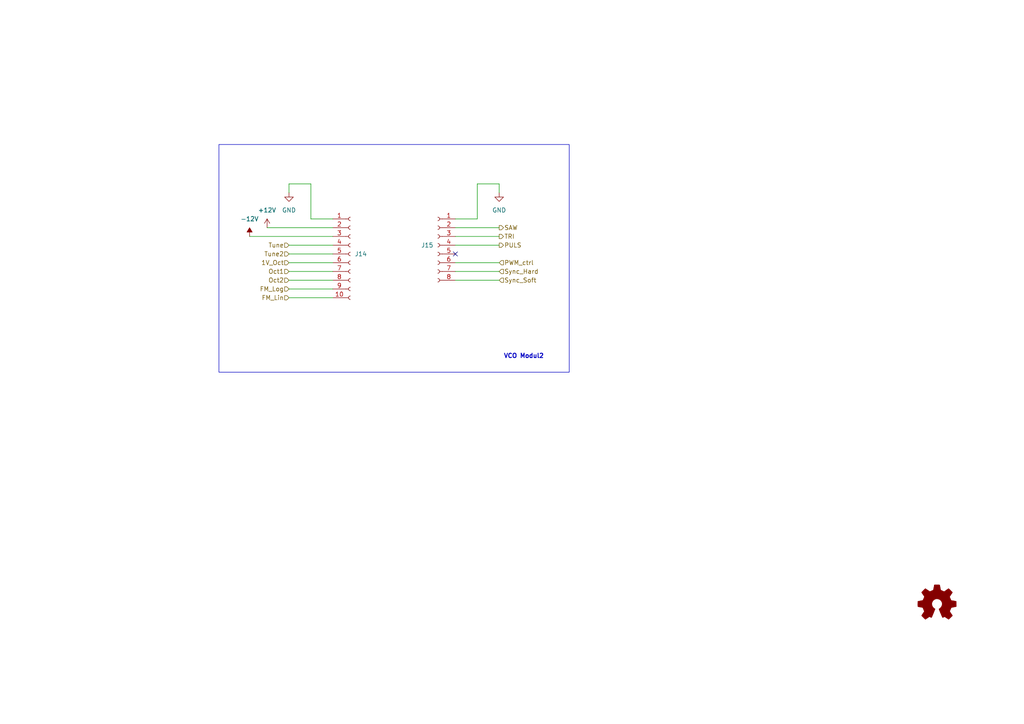
<source format=kicad_sch>
(kicad_sch (version 20230121) (generator eeschema)

  (uuid 50912f10-9b5a-4e85-b4e6-de8d34358a73)

  (paper "A4")

  (title_block
    (title "2MoreVO")
    (date "2024-07-09")
    (rev "1.0")
    (company "ImooDi")
    (comment 1 "CC BY-NC-SA")
  )

  (lib_symbols
    (symbol "Graphic:Logo_Open_Hardware_Small" (in_bom no) (on_board no)
      (property "Reference" "#SYM" (at 0 6.985 0)
        (effects (font (size 1.27 1.27)) hide)
      )
      (property "Value" "Logo_Open_Hardware_Small" (at 0 -5.715 0)
        (effects (font (size 1.27 1.27)) hide)
      )
      (property "Footprint" "" (at 0 0 0)
        (effects (font (size 1.27 1.27)) hide)
      )
      (property "Datasheet" "~" (at 0 0 0)
        (effects (font (size 1.27 1.27)) hide)
      )
      (property "Sim.Enable" "0" (at 0 0 0)
        (effects (font (size 1.27 1.27)) hide)
      )
      (property "ki_keywords" "Logo" (at 0 0 0)
        (effects (font (size 1.27 1.27)) hide)
      )
      (property "ki_description" "Open Hardware logo, small" (at 0 0 0)
        (effects (font (size 1.27 1.27)) hide)
      )
      (symbol "Logo_Open_Hardware_Small_0_1"
        (polyline
          (pts
            (xy 3.3528 -4.3434)
            (xy 3.302 -4.318)
            (xy 3.175 -4.2418)
            (xy 2.9972 -4.1148)
            (xy 2.7686 -3.9624)
            (xy 2.54 -3.81)
            (xy 2.3622 -3.7084)
            (xy 2.2352 -3.6068)
            (xy 2.1844 -3.5814)
            (xy 2.159 -3.6068)
            (xy 2.0574 -3.6576)
            (xy 1.905 -3.7338)
            (xy 1.8034 -3.7846)
            (xy 1.6764 -3.8354)
            (xy 1.6002 -3.8354)
            (xy 1.6002 -3.8354)
            (xy 1.5494 -3.7338)
            (xy 1.4732 -3.5306)
            (xy 1.3462 -3.302)
            (xy 1.2446 -3.0226)
            (xy 1.1176 -2.7178)
            (xy 0.9652 -2.413)
            (xy 0.8636 -2.1082)
            (xy 0.7366 -1.8288)
            (xy 0.6604 -1.6256)
            (xy 0.6096 -1.4732)
            (xy 0.5842 -1.397)
            (xy 0.5842 -1.397)
            (xy 0.6604 -1.3208)
            (xy 0.7874 -1.2446)
            (xy 1.0414 -1.016)
            (xy 1.2954 -0.6858)
            (xy 1.4478 -0.3302)
            (xy 1.524 0.0762)
            (xy 1.4732 0.4572)
            (xy 1.3208 0.8128)
            (xy 1.0668 1.143)
            (xy 0.762 1.3716)
            (xy 0.4064 1.524)
            (xy 0 1.5748)
            (xy -0.381 1.5494)
            (xy -0.7366 1.397)
            (xy -1.0668 1.143)
            (xy -1.2192 0.9906)
            (xy -1.397 0.6604)
            (xy -1.524 0.3048)
            (xy -1.524 0.2286)
            (xy -1.4986 -0.1778)
            (xy -1.397 -0.5334)
            (xy -1.1938 -0.8636)
            (xy -0.9144 -1.143)
            (xy -0.8636 -1.1684)
            (xy -0.7366 -1.27)
            (xy -0.635 -1.3462)
            (xy -0.5842 -1.397)
            (xy -1.0668 -2.5908)
            (xy -1.143 -2.794)
            (xy -1.2954 -3.1242)
            (xy -1.397 -3.4036)
            (xy -1.4986 -3.6322)
            (xy -1.5748 -3.7846)
            (xy -1.6002 -3.8354)
            (xy -1.6002 -3.8354)
            (xy -1.651 -3.8354)
            (xy -1.7272 -3.81)
            (xy -1.905 -3.7338)
            (xy -2.0066 -3.683)
            (xy -2.1336 -3.6068)
            (xy -2.2098 -3.5814)
            (xy -2.2606 -3.6068)
            (xy -2.3622 -3.683)
            (xy -2.54 -3.81)
            (xy -2.7686 -3.9624)
            (xy -2.9718 -4.0894)
            (xy -3.1496 -4.2164)
            (xy -3.302 -4.318)
            (xy -3.3528 -4.3434)
            (xy -3.3782 -4.3434)
            (xy -3.429 -4.318)
            (xy -3.5306 -4.2164)
            (xy -3.7084 -4.064)
            (xy -3.937 -3.8354)
            (xy -3.9624 -3.81)
            (xy -4.1656 -3.6068)
            (xy -4.318 -3.4544)
            (xy -4.4196 -3.3274)
            (xy -4.445 -3.2766)
            (xy -4.445 -3.2766)
            (xy -4.4196 -3.2258)
            (xy -4.318 -3.0734)
            (xy -4.2164 -2.8956)
            (xy -4.064 -2.667)
            (xy -3.6576 -2.0828)
            (xy -3.8862 -1.5494)
            (xy -3.937 -1.3716)
            (xy -4.0386 -1.1684)
            (xy -4.0894 -1.0414)
            (xy -4.1148 -0.9652)
            (xy -4.191 -0.9398)
            (xy -4.318 -0.9144)
            (xy -4.5466 -0.8636)
            (xy -4.8006 -0.8128)
            (xy -5.0546 -0.7874)
            (xy -5.2578 -0.7366)
            (xy -5.4356 -0.7112)
            (xy -5.5118 -0.6858)
            (xy -5.5118 -0.6858)
            (xy -5.5372 -0.635)
            (xy -5.5372 -0.5588)
            (xy -5.5372 -0.4318)
            (xy -5.5626 -0.2286)
            (xy -5.5626 0.0762)
            (xy -5.5626 0.127)
            (xy -5.5372 0.4064)
            (xy -5.5372 0.635)
            (xy -5.5372 0.762)
            (xy -5.5372 0.8382)
            (xy -5.5372 0.8382)
            (xy -5.461 0.8382)
            (xy -5.3086 0.889)
            (xy -5.08 0.9144)
            (xy -4.826 0.9652)
            (xy -4.8006 0.9906)
            (xy -4.5466 1.0414)
            (xy -4.318 1.0668)
            (xy -4.1656 1.1176)
            (xy -4.0894 1.143)
            (xy -4.0894 1.143)
            (xy -4.0386 1.2446)
            (xy -3.9624 1.4224)
            (xy -3.8608 1.6256)
            (xy -3.7846 1.8288)
            (xy -3.7084 2.0066)
            (xy -3.6576 2.159)
            (xy -3.6322 2.2098)
            (xy -3.6322 2.2098)
            (xy -3.683 2.286)
            (xy -3.7592 2.413)
            (xy -3.8862 2.5908)
            (xy -4.064 2.8194)
            (xy -4.064 2.8448)
            (xy -4.2164 3.0734)
            (xy -4.3434 3.2512)
            (xy -4.4196 3.3782)
            (xy -4.445 3.4544)
            (xy -4.445 3.4544)
            (xy -4.3942 3.5052)
            (xy -4.2926 3.6322)
            (xy -4.1148 3.81)
            (xy -3.937 4.0132)
            (xy -3.8608 4.064)
            (xy -3.6576 4.2926)
            (xy -3.5052 4.4196)
            (xy -3.4036 4.4958)
            (xy -3.3528 4.5212)
            (xy -3.3528 4.5212)
            (xy -3.302 4.4704)
            (xy -3.1496 4.3688)
            (xy -2.9718 4.2418)
            (xy -2.7432 4.0894)
            (xy -2.7178 4.0894)
            (xy -2.4892 3.937)
            (xy -2.3114 3.81)
            (xy -2.1844 3.7084)
            (xy -2.1336 3.683)
            (xy -2.1082 3.683)
            (xy -2.032 3.7084)
            (xy -1.8542 3.7592)
            (xy -1.6764 3.8354)
            (xy -1.4732 3.937)
            (xy -1.27 4.0132)
            (xy -1.143 4.064)
            (xy -1.0668 4.1148)
            (xy -1.0668 4.1148)
            (xy -1.0414 4.191)
            (xy -1.016 4.3434)
            (xy -0.9652 4.572)
            (xy -0.9144 4.8514)
            (xy -0.889 4.9022)
            (xy -0.8382 5.1562)
            (xy -0.8128 5.3848)
            (xy -0.7874 5.5372)
            (xy -0.762 5.588)
            (xy -0.7112 5.6134)
            (xy -0.5842 5.6134)
            (xy -0.4064 5.6134)
            (xy -0.1524 5.6134)
            (xy 0.0762 5.6134)
            (xy 0.3302 5.6134)
            (xy 0.5334 5.6134)
            (xy 0.6858 5.588)
            (xy 0.7366 5.588)
            (xy 0.7366 5.588)
            (xy 0.762 5.5118)
            (xy 0.8128 5.334)
            (xy 0.8382 5.1054)
            (xy 0.9144 4.826)
            (xy 0.9144 4.7752)
            (xy 0.9652 4.5212)
            (xy 1.016 4.2926)
            (xy 1.0414 4.1402)
            (xy 1.0668 4.0894)
            (xy 1.0668 4.0894)
            (xy 1.1938 4.0386)
            (xy 1.3716 3.9624)
            (xy 1.5748 3.8608)
            (xy 2.0828 3.6576)
            (xy 2.7178 4.0894)
            (xy 2.7686 4.1402)
            (xy 2.9972 4.2926)
            (xy 3.175 4.4196)
            (xy 3.302 4.4958)
            (xy 3.3782 4.5212)
            (xy 3.3782 4.5212)
            (xy 3.429 4.4704)
            (xy 3.556 4.3434)
            (xy 3.7338 4.191)
            (xy 3.9116 3.9878)
            (xy 4.064 3.8354)
            (xy 4.2418 3.6576)
            (xy 4.3434 3.556)
            (xy 4.4196 3.4798)
            (xy 4.4196 3.429)
            (xy 4.4196 3.4036)
            (xy 4.3942 3.3274)
            (xy 4.2926 3.2004)
            (xy 4.1656 2.9972)
            (xy 4.0132 2.794)
            (xy 3.8862 2.5908)
            (xy 3.7592 2.3876)
            (xy 3.6576 2.2352)
            (xy 3.6322 2.159)
            (xy 3.6322 2.1336)
            (xy 3.683 2.0066)
            (xy 3.7592 1.8288)
            (xy 3.8608 1.6002)
            (xy 4.064 1.1176)
            (xy 4.3942 1.0414)
            (xy 4.5974 1.016)
            (xy 4.8768 0.9652)
            (xy 5.1308 0.9144)
            (xy 5.5372 0.8382)
            (xy 5.5626 -0.6604)
            (xy 5.4864 -0.6858)
            (xy 5.4356 -0.6858)
            (xy 5.2832 -0.7366)
            (xy 5.0546 -0.762)
            (xy 4.8006 -0.8128)
            (xy 4.5974 -0.8636)
            (xy 4.3688 -0.9144)
            (xy 4.2164 -0.9398)
            (xy 4.1402 -0.9398)
            (xy 4.1148 -0.9652)
            (xy 4.064 -1.0668)
            (xy 3.9878 -1.2446)
            (xy 3.9116 -1.4478)
            (xy 3.81 -1.651)
            (xy 3.7338 -1.8542)
            (xy 3.683 -2.0066)
            (xy 3.6576 -2.0828)
            (xy 3.683 -2.1336)
            (xy 3.7846 -2.2606)
            (xy 3.8862 -2.4638)
            (xy 4.0386 -2.667)
            (xy 4.191 -2.8956)
            (xy 4.318 -3.0734)
            (xy 4.3942 -3.2004)
            (xy 4.445 -3.2766)
            (xy 4.4196 -3.3274)
            (xy 4.3434 -3.429)
            (xy 4.1656 -3.5814)
            (xy 3.937 -3.8354)
            (xy 3.8862 -3.8608)
            (xy 3.683 -4.064)
            (xy 3.5306 -4.2164)
            (xy 3.4036 -4.318)
            (xy 3.3528 -4.3434)
          )
          (stroke (width 0) (type default))
          (fill (type outline))
        )
      )
    )
    (symbol "Library:Conn_01x08_Socket" (pin_names (offset 1.016) hide) (in_bom yes) (on_board yes)
      (property "Reference" "J" (at 0 10.16 0)
        (effects (font (size 1.27 1.27)))
      )
      (property "Value" "Conn_01x08_Socket" (at 0 -12.7 0)
        (effects (font (size 1.27 1.27)))
      )
      (property "Footprint" "" (at 0 0 0)
        (effects (font (size 1.27 1.27)) hide)
      )
      (property "Datasheet" "~" (at 0 0 0)
        (effects (font (size 1.27 1.27)) hide)
      )
      (property "ki_locked" "" (at 0 0 0)
        (effects (font (size 1.27 1.27)))
      )
      (property "ki_keywords" "connector" (at 0 0 0)
        (effects (font (size 1.27 1.27)) hide)
      )
      (property "ki_description" "Generic connector, single row, 01x08, script generated" (at 0 0 0)
        (effects (font (size 1.27 1.27)) hide)
      )
      (property "ki_fp_filters" "Connector*:*_1x??_*" (at 0 0 0)
        (effects (font (size 1.27 1.27)) hide)
      )
      (symbol "Conn_01x08_Socket_1_1"
        (arc (start 0 -9.652) (mid -0.5058 -10.16) (end 0 -10.668)
          (stroke (width 0.1524) (type default))
          (fill (type none))
        )
        (arc (start 0 -7.112) (mid -0.5058 -7.62) (end 0 -8.128)
          (stroke (width 0.1524) (type default))
          (fill (type none))
        )
        (arc (start 0 -4.572) (mid -0.5058 -5.08) (end 0 -5.588)
          (stroke (width 0.1524) (type default))
          (fill (type none))
        )
        (arc (start 0 -2.032) (mid -0.5058 -2.54) (end 0 -3.048)
          (stroke (width 0.1524) (type default))
          (fill (type none))
        )
        (polyline
          (pts
            (xy -1.27 -10.16)
            (xy -0.508 -10.16)
          )
          (stroke (width 0.1524) (type default))
          (fill (type none))
        )
        (polyline
          (pts
            (xy -1.27 -7.62)
            (xy -0.508 -7.62)
          )
          (stroke (width 0.1524) (type default))
          (fill (type none))
        )
        (polyline
          (pts
            (xy -1.27 -5.08)
            (xy -0.508 -5.08)
          )
          (stroke (width 0.1524) (type default))
          (fill (type none))
        )
        (polyline
          (pts
            (xy -1.27 -2.54)
            (xy -0.508 -2.54)
          )
          (stroke (width 0.1524) (type default))
          (fill (type none))
        )
        (polyline
          (pts
            (xy -1.27 0)
            (xy -0.508 0)
          )
          (stroke (width 0.1524) (type default))
          (fill (type none))
        )
        (polyline
          (pts
            (xy -1.27 2.54)
            (xy -0.508 2.54)
          )
          (stroke (width 0.1524) (type default))
          (fill (type none))
        )
        (polyline
          (pts
            (xy -1.27 5.08)
            (xy -0.508 5.08)
          )
          (stroke (width 0.1524) (type default))
          (fill (type none))
        )
        (polyline
          (pts
            (xy -1.27 7.62)
            (xy -0.508 7.62)
          )
          (stroke (width 0.1524) (type default))
          (fill (type none))
        )
        (arc (start 0 0.508) (mid -0.5058 0) (end 0 -0.508)
          (stroke (width 0.1524) (type default))
          (fill (type none))
        )
        (arc (start 0 3.048) (mid -0.5058 2.54) (end 0 2.032)
          (stroke (width 0.1524) (type default))
          (fill (type none))
        )
        (arc (start 0 5.588) (mid -0.5058 5.08) (end 0 4.572)
          (stroke (width 0.1524) (type default))
          (fill (type none))
        )
        (arc (start 0 8.128) (mid -0.5058 7.62) (end 0 7.112)
          (stroke (width 0.1524) (type default))
          (fill (type none))
        )
        (pin passive line (at -5.08 7.62 0) (length 3.81)
          (name "Pin_1" (effects (font (size 1.27 1.27))))
          (number "1" (effects (font (size 1.27 1.27))))
        )
        (pin passive line (at -5.08 5.08 0) (length 3.81)
          (name "Pin_2" (effects (font (size 1.27 1.27))))
          (number "2" (effects (font (size 1.27 1.27))))
        )
        (pin passive line (at -5.08 2.54 0) (length 3.81)
          (name "Pin_3" (effects (font (size 1.27 1.27))))
          (number "3" (effects (font (size 1.27 1.27))))
        )
        (pin passive line (at -5.08 0 0) (length 3.81)
          (name "Pin_4" (effects (font (size 1.27 1.27))))
          (number "4" (effects (font (size 1.27 1.27))))
        )
        (pin passive line (at -5.08 -2.54 0) (length 3.81)
          (name "Pin_5" (effects (font (size 1.27 1.27))))
          (number "5" (effects (font (size 1.27 1.27))))
        )
        (pin passive line (at -5.08 -5.08 0) (length 3.81)
          (name "Pin_6" (effects (font (size 1.27 1.27))))
          (number "6" (effects (font (size 1.27 1.27))))
        )
        (pin passive line (at -5.08 -7.62 0) (length 3.81)
          (name "Pin_7" (effects (font (size 1.27 1.27))))
          (number "7" (effects (font (size 1.27 1.27))))
        )
        (pin passive line (at -5.08 -10.16 0) (length 3.81)
          (name "Pin_8" (effects (font (size 1.27 1.27))))
          (number "8" (effects (font (size 1.27 1.27))))
        )
      )
    )
    (symbol "Library:Conn_01x10_Socket" (pin_names (offset 1.016) hide) (in_bom yes) (on_board yes)
      (property "Reference" "J" (at 0 12.7 0)
        (effects (font (size 1.27 1.27)))
      )
      (property "Value" "Conn_01x10_Socket" (at 0 -15.24 0)
        (effects (font (size 1.27 1.27)))
      )
      (property "Footprint" "" (at 0 0 0)
        (effects (font (size 1.27 1.27)) hide)
      )
      (property "Datasheet" "~" (at 0 0 0)
        (effects (font (size 1.27 1.27)) hide)
      )
      (property "ki_locked" "" (at 0 0 0)
        (effects (font (size 1.27 1.27)))
      )
      (property "ki_keywords" "connector" (at 0 0 0)
        (effects (font (size 1.27 1.27)) hide)
      )
      (property "ki_description" "Generic connector, single row, 01x10, script generated" (at 0 0 0)
        (effects (font (size 1.27 1.27)) hide)
      )
      (property "ki_fp_filters" "Connector*:*_1x??_*" (at 0 0 0)
        (effects (font (size 1.27 1.27)) hide)
      )
      (symbol "Conn_01x10_Socket_1_1"
        (arc (start 0 -12.192) (mid -0.5058 -12.7) (end 0 -13.208)
          (stroke (width 0.1524) (type default))
          (fill (type none))
        )
        (arc (start 0 -9.652) (mid -0.5058 -10.16) (end 0 -10.668)
          (stroke (width 0.1524) (type default))
          (fill (type none))
        )
        (arc (start 0 -7.112) (mid -0.5058 -7.62) (end 0 -8.128)
          (stroke (width 0.1524) (type default))
          (fill (type none))
        )
        (arc (start 0 -4.572) (mid -0.5058 -5.08) (end 0 -5.588)
          (stroke (width 0.1524) (type default))
          (fill (type none))
        )
        (arc (start 0 -2.032) (mid -0.5058 -2.54) (end 0 -3.048)
          (stroke (width 0.1524) (type default))
          (fill (type none))
        )
        (polyline
          (pts
            (xy -1.27 -12.7)
            (xy -0.508 -12.7)
          )
          (stroke (width 0.1524) (type default))
          (fill (type none))
        )
        (polyline
          (pts
            (xy -1.27 -10.16)
            (xy -0.508 -10.16)
          )
          (stroke (width 0.1524) (type default))
          (fill (type none))
        )
        (polyline
          (pts
            (xy -1.27 -7.62)
            (xy -0.508 -7.62)
          )
          (stroke (width 0.1524) (type default))
          (fill (type none))
        )
        (polyline
          (pts
            (xy -1.27 -5.08)
            (xy -0.508 -5.08)
          )
          (stroke (width 0.1524) (type default))
          (fill (type none))
        )
        (polyline
          (pts
            (xy -1.27 -2.54)
            (xy -0.508 -2.54)
          )
          (stroke (width 0.1524) (type default))
          (fill (type none))
        )
        (polyline
          (pts
            (xy -1.27 0)
            (xy -0.508 0)
          )
          (stroke (width 0.1524) (type default))
          (fill (type none))
        )
        (polyline
          (pts
            (xy -1.27 2.54)
            (xy -0.508 2.54)
          )
          (stroke (width 0.1524) (type default))
          (fill (type none))
        )
        (polyline
          (pts
            (xy -1.27 5.08)
            (xy -0.508 5.08)
          )
          (stroke (width 0.1524) (type default))
          (fill (type none))
        )
        (polyline
          (pts
            (xy -1.27 7.62)
            (xy -0.508 7.62)
          )
          (stroke (width 0.1524) (type default))
          (fill (type none))
        )
        (polyline
          (pts
            (xy -1.27 10.16)
            (xy -0.508 10.16)
          )
          (stroke (width 0.1524) (type default))
          (fill (type none))
        )
        (arc (start 0 0.508) (mid -0.5058 0) (end 0 -0.508)
          (stroke (width 0.1524) (type default))
          (fill (type none))
        )
        (arc (start 0 3.048) (mid -0.5058 2.54) (end 0 2.032)
          (stroke (width 0.1524) (type default))
          (fill (type none))
        )
        (arc (start 0 5.588) (mid -0.5058 5.08) (end 0 4.572)
          (stroke (width 0.1524) (type default))
          (fill (type none))
        )
        (arc (start 0 8.128) (mid -0.5058 7.62) (end 0 7.112)
          (stroke (width 0.1524) (type default))
          (fill (type none))
        )
        (arc (start 0 10.668) (mid -0.5058 10.16) (end 0 9.652)
          (stroke (width 0.1524) (type default))
          (fill (type none))
        )
        (pin passive line (at -5.08 10.16 0) (length 3.81)
          (name "Pin_1" (effects (font (size 1.27 1.27))))
          (number "1" (effects (font (size 1.27 1.27))))
        )
        (pin passive line (at -5.08 -12.7 0) (length 3.81)
          (name "Pin_10" (effects (font (size 1.27 1.27))))
          (number "10" (effects (font (size 1.27 1.27))))
        )
        (pin passive line (at -5.08 7.62 0) (length 3.81)
          (name "Pin_2" (effects (font (size 1.27 1.27))))
          (number "2" (effects (font (size 1.27 1.27))))
        )
        (pin passive line (at -5.08 5.08 0) (length 3.81)
          (name "Pin_3" (effects (font (size 1.27 1.27))))
          (number "3" (effects (font (size 1.27 1.27))))
        )
        (pin passive line (at -5.08 2.54 0) (length 3.81)
          (name "Pin_4" (effects (font (size 1.27 1.27))))
          (number "4" (effects (font (size 1.27 1.27))))
        )
        (pin passive line (at -5.08 0 0) (length 3.81)
          (name "Pin_5" (effects (font (size 1.27 1.27))))
          (number "5" (effects (font (size 1.27 1.27))))
        )
        (pin passive line (at -5.08 -2.54 0) (length 3.81)
          (name "Pin_6" (effects (font (size 1.27 1.27))))
          (number "6" (effects (font (size 1.27 1.27))))
        )
        (pin passive line (at -5.08 -5.08 0) (length 3.81)
          (name "Pin_7" (effects (font (size 1.27 1.27))))
          (number "7" (effects (font (size 1.27 1.27))))
        )
        (pin passive line (at -5.08 -7.62 0) (length 3.81)
          (name "Pin_8" (effects (font (size 1.27 1.27))))
          (number "8" (effects (font (size 1.27 1.27))))
        )
        (pin passive line (at -5.08 -10.16 0) (length 3.81)
          (name "Pin_9" (effects (font (size 1.27 1.27))))
          (number "9" (effects (font (size 1.27 1.27))))
        )
      )
    )
    (symbol "power:+12V" (power) (pin_names (offset 0)) (in_bom yes) (on_board yes)
      (property "Reference" "#PWR" (at 0 -3.81 0)
        (effects (font (size 1.27 1.27)) hide)
      )
      (property "Value" "+12V" (at 0 3.556 0)
        (effects (font (size 1.27 1.27)))
      )
      (property "Footprint" "" (at 0 0 0)
        (effects (font (size 1.27 1.27)) hide)
      )
      (property "Datasheet" "" (at 0 0 0)
        (effects (font (size 1.27 1.27)) hide)
      )
      (property "ki_keywords" "global power" (at 0 0 0)
        (effects (font (size 1.27 1.27)) hide)
      )
      (property "ki_description" "Power symbol creates a global label with name \"+12V\"" (at 0 0 0)
        (effects (font (size 1.27 1.27)) hide)
      )
      (symbol "+12V_0_1"
        (polyline
          (pts
            (xy -0.762 1.27)
            (xy 0 2.54)
          )
          (stroke (width 0) (type default))
          (fill (type none))
        )
        (polyline
          (pts
            (xy 0 0)
            (xy 0 2.54)
          )
          (stroke (width 0) (type default))
          (fill (type none))
        )
        (polyline
          (pts
            (xy 0 2.54)
            (xy 0.762 1.27)
          )
          (stroke (width 0) (type default))
          (fill (type none))
        )
      )
      (symbol "+12V_1_1"
        (pin power_in line (at 0 0 90) (length 0) hide
          (name "+12V" (effects (font (size 1.27 1.27))))
          (number "1" (effects (font (size 1.27 1.27))))
        )
      )
    )
    (symbol "power:-12V" (power) (pin_names (offset 0)) (in_bom yes) (on_board yes)
      (property "Reference" "#PWR" (at 0 2.54 0)
        (effects (font (size 1.27 1.27)) hide)
      )
      (property "Value" "-12V" (at 0 3.81 0)
        (effects (font (size 1.27 1.27)))
      )
      (property "Footprint" "" (at 0 0 0)
        (effects (font (size 1.27 1.27)) hide)
      )
      (property "Datasheet" "" (at 0 0 0)
        (effects (font (size 1.27 1.27)) hide)
      )
      (property "ki_keywords" "global power" (at 0 0 0)
        (effects (font (size 1.27 1.27)) hide)
      )
      (property "ki_description" "Power symbol creates a global label with name \"-12V\"" (at 0 0 0)
        (effects (font (size 1.27 1.27)) hide)
      )
      (symbol "-12V_0_0"
        (pin power_in line (at 0 0 90) (length 0) hide
          (name "-12V" (effects (font (size 1.27 1.27))))
          (number "1" (effects (font (size 1.27 1.27))))
        )
      )
      (symbol "-12V_0_1"
        (polyline
          (pts
            (xy 0 0)
            (xy 0 1.27)
            (xy 0.762 1.27)
            (xy 0 2.54)
            (xy -0.762 1.27)
            (xy 0 1.27)
          )
          (stroke (width 0) (type default))
          (fill (type outline))
        )
      )
    )
    (symbol "power:GND" (power) (pin_names (offset 0)) (in_bom yes) (on_board yes)
      (property "Reference" "#PWR" (at 0 -6.35 0)
        (effects (font (size 1.27 1.27)) hide)
      )
      (property "Value" "GND" (at 0 -3.81 0)
        (effects (font (size 1.27 1.27)))
      )
      (property "Footprint" "" (at 0 0 0)
        (effects (font (size 1.27 1.27)) hide)
      )
      (property "Datasheet" "" (at 0 0 0)
        (effects (font (size 1.27 1.27)) hide)
      )
      (property "ki_keywords" "global power" (at 0 0 0)
        (effects (font (size 1.27 1.27)) hide)
      )
      (property "ki_description" "Power symbol creates a global label with name \"GND\" , ground" (at 0 0 0)
        (effects (font (size 1.27 1.27)) hide)
      )
      (symbol "GND_0_1"
        (polyline
          (pts
            (xy 0 0)
            (xy 0 -1.27)
            (xy 1.27 -1.27)
            (xy 0 -2.54)
            (xy -1.27 -1.27)
            (xy 0 -1.27)
          )
          (stroke (width 0) (type default))
          (fill (type none))
        )
      )
      (symbol "GND_1_1"
        (pin power_in line (at 0 0 270) (length 0) hide
          (name "GND" (effects (font (size 1.27 1.27))))
          (number "1" (effects (font (size 1.27 1.27))))
        )
      )
    )
  )


  (no_connect (at 132.08 73.66) (uuid bfb8674c-d3fb-4ba9-a533-61478545e48c))

  (wire (pts (xy 83.82 81.28) (xy 96.52 81.28))
    (stroke (width 0) (type default))
    (uuid 03191fb3-d30e-4c7b-886d-3b10e37f6b8a)
  )
  (wire (pts (xy 90.17 63.5) (xy 90.17 53.34))
    (stroke (width 0) (type default))
    (uuid 10a5a59b-5edf-486d-bf58-b67aa9fc2a5e)
  )
  (wire (pts (xy 138.43 63.5) (xy 138.43 53.34))
    (stroke (width 0) (type default))
    (uuid 366a0a9e-18c7-4390-9086-4c231073f7c2)
  )
  (wire (pts (xy 72.39 68.58) (xy 96.52 68.58))
    (stroke (width 0) (type default))
    (uuid 3cd1f4eb-0178-48b6-b485-ab7084fbd789)
  )
  (wire (pts (xy 83.82 71.12) (xy 96.52 71.12))
    (stroke (width 0) (type default))
    (uuid 41d3f7b1-5cbe-4e63-bd31-7086efa87d92)
  )
  (wire (pts (xy 83.82 83.82) (xy 96.52 83.82))
    (stroke (width 0) (type default))
    (uuid 48ed6c8d-aed9-4088-8114-aec0b73a3761)
  )
  (wire (pts (xy 77.47 66.04) (xy 96.52 66.04))
    (stroke (width 0) (type default))
    (uuid 58092f1f-1e51-4197-abb9-e238466cc532)
  )
  (wire (pts (xy 132.08 71.12) (xy 144.78 71.12))
    (stroke (width 0) (type default))
    (uuid 595deae2-8101-4559-90ff-2f8265de6504)
  )
  (wire (pts (xy 144.78 53.34) (xy 144.78 55.88))
    (stroke (width 0) (type default))
    (uuid 5d805533-d62e-4758-92fc-5f7243fe372b)
  )
  (wire (pts (xy 132.08 76.2) (xy 144.78 76.2))
    (stroke (width 0) (type default))
    (uuid 6df67683-c1a5-44dc-86d7-692e7d77fdb2)
  )
  (wire (pts (xy 96.52 63.5) (xy 90.17 63.5))
    (stroke (width 0) (type default))
    (uuid 8bb101f0-540d-4ac7-8148-1b5d510d8bd9)
  )
  (wire (pts (xy 132.08 78.74) (xy 144.78 78.74))
    (stroke (width 0) (type default))
    (uuid 8e88f964-4b75-40c7-b4be-2026851c3e6c)
  )
  (wire (pts (xy 83.82 76.2) (xy 96.52 76.2))
    (stroke (width 0) (type default))
    (uuid 92b4bf67-ecfd-479d-b40e-d408919ff1de)
  )
  (wire (pts (xy 138.43 53.34) (xy 144.78 53.34))
    (stroke (width 0) (type default))
    (uuid 9cba9adf-f861-4412-b101-377c23918862)
  )
  (wire (pts (xy 83.82 73.66) (xy 96.52 73.66))
    (stroke (width 0) (type default))
    (uuid 9f555d04-e46e-46d0-aad8-fbcfd49d5d98)
  )
  (wire (pts (xy 90.17 53.34) (xy 83.82 53.34))
    (stroke (width 0) (type default))
    (uuid a2d4ae85-fa8e-4f2e-82e2-b39c7595afbd)
  )
  (wire (pts (xy 83.82 53.34) (xy 83.82 55.88))
    (stroke (width 0) (type default))
    (uuid bac539c2-4969-4141-a0a1-ab45c6d96357)
  )
  (wire (pts (xy 83.82 86.36) (xy 96.52 86.36))
    (stroke (width 0) (type default))
    (uuid c51a4ff4-1a2e-4f07-9842-28cba94fe49d)
  )
  (wire (pts (xy 132.08 81.28) (xy 144.78 81.28))
    (stroke (width 0) (type default))
    (uuid c587c411-0a19-4954-880a-9ee656e21f33)
  )
  (wire (pts (xy 132.08 63.5) (xy 138.43 63.5))
    (stroke (width 0) (type default))
    (uuid d0bbe08c-b382-49cd-bb17-7f05a0e87f82)
  )
  (wire (pts (xy 83.82 78.74) (xy 96.52 78.74))
    (stroke (width 0) (type default))
    (uuid e2f4a72e-578c-4ff6-b1f8-1be17cb090b5)
  )
  (wire (pts (xy 132.08 68.58) (xy 144.78 68.58))
    (stroke (width 0) (type default))
    (uuid ed9b7c06-6734-4b6f-96ea-688492486d4b)
  )
  (wire (pts (xy 132.08 66.04) (xy 144.78 66.04))
    (stroke (width 0) (type default))
    (uuid fe5bc8e4-142a-4d38-b329-2c97c273e7b8)
  )

  (rectangle (start 63.5 41.91) (end 165.1 107.95)
    (stroke (width 0) (type default))
    (fill (type none))
    (uuid 99318c6e-28fa-4d94-b0d5-51c1c42e3d43)
  )

  (text "VCO Modul2" (at 146.05 104.14 0)
    (effects (font (size 1.27 1.27) bold) (justify left bottom))
    (uuid cd2acdfd-66ed-426c-8b22-8e93bb10ddd8)
  )

  (hierarchical_label "Oct1" (shape input) (at 83.82 78.74 180) (fields_autoplaced)
    (effects (font (size 1.27 1.27)) (justify right))
    (uuid 2cc3cf85-afca-435f-ba7d-cf8265685073)
  )
  (hierarchical_label "Tune" (shape input) (at 83.82 71.12 180) (fields_autoplaced)
    (effects (font (size 1.27 1.27)) (justify right))
    (uuid 2d1cbfae-b4b5-476e-a705-703ec5337bbf)
  )
  (hierarchical_label "FM_Log" (shape input) (at 83.82 83.82 180) (fields_autoplaced)
    (effects (font (size 1.27 1.27)) (justify right))
    (uuid 2e387f55-e622-4879-9d45-b22d07113a10)
  )
  (hierarchical_label "SAW" (shape output) (at 144.78 66.04 0) (fields_autoplaced)
    (effects (font (size 1.27 1.27)) (justify left))
    (uuid 3c4fe663-4dfa-42ac-ad1e-76b817797592)
  )
  (hierarchical_label "FM_Lin" (shape input) (at 83.82 86.36 180) (fields_autoplaced)
    (effects (font (size 1.27 1.27)) (justify right))
    (uuid 4c41cd5a-52cd-4fc9-b7f4-978b28952ea0)
  )
  (hierarchical_label "Oct2" (shape input) (at 83.82 81.28 180) (fields_autoplaced)
    (effects (font (size 1.27 1.27)) (justify right))
    (uuid 4d78694e-84ab-417b-9145-49b9524ab567)
  )
  (hierarchical_label "TRI" (shape output) (at 144.78 68.58 0) (fields_autoplaced)
    (effects (font (size 1.27 1.27)) (justify left))
    (uuid 55e522e1-a8f7-4fcb-879f-bebfd4e20db5)
  )
  (hierarchical_label "Sync_Hard" (shape input) (at 144.78 78.74 0) (fields_autoplaced)
    (effects (font (size 1.27 1.27)) (justify left))
    (uuid 58669d18-96fa-492b-95bd-4e02dda174f4)
  )
  (hierarchical_label "PULS" (shape output) (at 144.78 71.12 0) (fields_autoplaced)
    (effects (font (size 1.27 1.27)) (justify left))
    (uuid 5af38517-2c85-4928-8c85-2ec3b988552d)
  )
  (hierarchical_label "Sync_Soft" (shape input) (at 144.78 81.28 0) (fields_autoplaced)
    (effects (font (size 1.27 1.27)) (justify left))
    (uuid bfcd2a4c-f9d7-446e-824a-0c3e8f17cf8c)
  )
  (hierarchical_label "Tune2" (shape input) (at 83.82 73.66 180) (fields_autoplaced)
    (effects (font (size 1.27 1.27)) (justify right))
    (uuid c612eec0-f938-49e8-a050-600c1cb0bda2)
  )
  (hierarchical_label "1V_Oct" (shape input) (at 83.82 76.2 180) (fields_autoplaced)
    (effects (font (size 1.27 1.27)) (justify right))
    (uuid e8cf042a-5226-4cd7-86c1-c6c6017e0ab9)
  )
  (hierarchical_label "PWM_ctrl" (shape input) (at 144.78 76.2 0) (fields_autoplaced)
    (effects (font (size 1.27 1.27)) (justify left))
    (uuid ecb08517-87bf-4a18-9e00-82fe4d7556bd)
  )

  (symbol (lib_id "Graphic:Logo_Open_Hardware_Small") (at 271.78 175.26 0) (unit 1)
    (in_bom no) (on_board no) (dnp no) (fields_autoplaced)
    (uuid 292d8b8a-1963-4dd1-9701-97151bc732bf)
    (property "Reference" "#SYM1" (at 271.78 168.275 0)
      (effects (font (size 1.27 1.27)) hide)
    )
    (property "Value" "Logo_Open_Hardware_Small" (at 271.78 180.975 0)
      (effects (font (size 1.27 1.27)) hide)
    )
    (property "Footprint" "" (at 271.78 175.26 0)
      (effects (font (size 1.27 1.27)) hide)
    )
    (property "Datasheet" "~" (at 271.78 175.26 0)
      (effects (font (size 1.27 1.27)) hide)
    )
    (property "Sim.Enable" "0" (at 271.78 175.26 0)
      (effects (font (size 1.27 1.27)) hide)
    )
    (instances
      (project "2MoreVO"
        (path "/7f4ad635-7798-4811-9504-264912179fa8"
          (reference "#SYM1") (unit 1)
        )
        (path "/7f4ad635-7798-4811-9504-264912179fa8/5cc9b6bf-e21e-46c4-8d8a-07c689ea68be"
          (reference "#SYM3") (unit 1)
        )
        (path "/7f4ad635-7798-4811-9504-264912179fa8/bc1f4e4f-9067-4839-b9e3-be4f455cfe4a"
          (reference "#SYM4") (unit 1)
        )
        (path "/7f4ad635-7798-4811-9504-264912179fa8/7e503ba2-cf35-4127-96a3-53e6432e6eac"
          (reference "#SYM5") (unit 1)
        )
        (path "/7f4ad635-7798-4811-9504-264912179fa8/5338ff03-65e2-41ca-ad5f-dae89e8a163b"
          (reference "#SYM6") (unit 1)
        )
        (path "/7f4ad635-7798-4811-9504-264912179fa8/19a248db-12ba-407d-8f06-49f3d285fb62"
          (reference "#SYM7") (unit 1)
        )
        (path "/7f4ad635-7798-4811-9504-264912179fa8/3df34ac0-8396-4fbb-bbe0-68843a5205ab"
          (reference "#SYM8") (unit 1)
        )
        (path "/7f4ad635-7798-4811-9504-264912179fa8/05d23ea0-001c-4ac4-a819-10edf598a64d"
          (reference "#SYM8") (unit 1)
        )
      )
    )
  )

  (symbol (lib_id "power:GND") (at 144.78 55.88 0) (unit 1)
    (in_bom yes) (on_board yes) (dnp no) (fields_autoplaced)
    (uuid 30e47f0f-9893-4154-9c7d-3b00569976f2)
    (property "Reference" "#PWR024" (at 144.78 62.23 0)
      (effects (font (size 1.27 1.27)) hide)
    )
    (property "Value" "GND" (at 144.78 60.96 0)
      (effects (font (size 1.27 1.27)))
    )
    (property "Footprint" "" (at 144.78 55.88 0)
      (effects (font (size 1.27 1.27)) hide)
    )
    (property "Datasheet" "" (at 144.78 55.88 0)
      (effects (font (size 1.27 1.27)) hide)
    )
    (pin "1" (uuid ceda8d2b-b6ca-410b-9c94-e7815a62b728))
    (instances
      (project "2MoreVO"
        (path "/7f4ad635-7798-4811-9504-264912179fa8/3df34ac0-8396-4fbb-bbe0-68843a5205ab"
          (reference "#PWR024") (unit 1)
        )
        (path "/7f4ad635-7798-4811-9504-264912179fa8/05d23ea0-001c-4ac4-a819-10edf598a64d"
          (reference "#PWR059") (unit 1)
        )
      )
    )
  )

  (symbol (lib_id "Library:Conn_01x08_Socket") (at 127 71.12 0) (mirror y) (unit 1)
    (in_bom yes) (on_board yes) (dnp no)
    (uuid ac97dbeb-205c-4651-94a8-c0ad7ec1fe16)
    (property "Reference" "J15" (at 125.73 71.12 0)
      (effects (font (size 1.27 1.27)) (justify left))
    )
    (property "Value" "Conn_01x08_Socket" (at 125.73 73.66 0)
      (effects (font (size 1.27 1.27)) (justify left) hide)
    )
    (property "Footprint" "Connector_PinSocket_2.54mm:PinSocket_1x08_P2.54mm_Vertical" (at 127 71.12 0)
      (effects (font (size 1.27 1.27)) hide)
    )
    (property "Datasheet" "~" (at 127 71.12 0)
      (effects (font (size 1.27 1.27)) hide)
    )
    (pin "3" (uuid 4d811403-3b3f-4231-b7c8-6e481b076109))
    (pin "5" (uuid 799e2da0-0374-47cd-80ed-37bb023daa99))
    (pin "1" (uuid 2f475270-8cd3-40bf-bad4-753e82282f07))
    (pin "8" (uuid 252a6aa0-22a9-4460-b8f4-6cdde6f625a9))
    (pin "4" (uuid 3fe90766-1960-4354-a5aa-cf42c53c635a))
    (pin "7" (uuid dcf55310-956a-4dc0-b420-e97441493d52))
    (pin "2" (uuid 95abb2ea-ed75-42f9-bb4f-7cb7a6f8bcf0))
    (pin "6" (uuid f6cad4ed-4870-4bae-a77e-1f9125224b94))
    (instances
      (project "2MoreVO"
        (path "/7f4ad635-7798-4811-9504-264912179fa8/3df34ac0-8396-4fbb-bbe0-68843a5205ab"
          (reference "J15") (unit 1)
        )
        (path "/7f4ad635-7798-4811-9504-264912179fa8/05d23ea0-001c-4ac4-a819-10edf598a64d"
          (reference "J17") (unit 1)
        )
      )
    )
  )

  (symbol (lib_id "power:+12V") (at 77.47 66.04 0) (unit 1)
    (in_bom yes) (on_board yes) (dnp no) (fields_autoplaced)
    (uuid ce51d184-23b0-4ae3-9144-f5b5057aac60)
    (property "Reference" "#PWR026" (at 77.47 69.85 0)
      (effects (font (size 1.27 1.27)) hide)
    )
    (property "Value" "+12V" (at 77.47 60.96 0)
      (effects (font (size 1.27 1.27)))
    )
    (property "Footprint" "" (at 77.47 66.04 0)
      (effects (font (size 1.27 1.27)) hide)
    )
    (property "Datasheet" "" (at 77.47 66.04 0)
      (effects (font (size 1.27 1.27)) hide)
    )
    (pin "1" (uuid c1baaebe-b8e8-4bd2-b635-b081ec56c203))
    (instances
      (project "2MoreVO"
        (path "/7f4ad635-7798-4811-9504-264912179fa8/3df34ac0-8396-4fbb-bbe0-68843a5205ab"
          (reference "#PWR026") (unit 1)
        )
        (path "/7f4ad635-7798-4811-9504-264912179fa8/05d23ea0-001c-4ac4-a819-10edf598a64d"
          (reference "#PWR060") (unit 1)
        )
      )
    )
  )

  (symbol (lib_id "Library:Conn_01x10_Socket") (at 101.6 73.66 0) (unit 1)
    (in_bom yes) (on_board yes) (dnp no) (fields_autoplaced)
    (uuid e9234411-4499-41cf-b523-9c0b4a61bdae)
    (property "Reference" "J14" (at 102.87 73.66 0)
      (effects (font (size 1.27 1.27)) (justify left))
    )
    (property "Value" "Conn_01x10_Socket" (at 102.87 76.2 0)
      (effects (font (size 1.27 1.27)) (justify left) hide)
    )
    (property "Footprint" "Connector_PinSocket_2.54mm:PinSocket_1x10_P2.54mm_Vertical" (at 101.6 73.66 0)
      (effects (font (size 1.27 1.27)) hide)
    )
    (property "Datasheet" "~" (at 101.6 73.66 0)
      (effects (font (size 1.27 1.27)) hide)
    )
    (pin "5" (uuid c4caad49-ae24-43d4-a407-2e86a023f386))
    (pin "8" (uuid 76db9ca6-e1cc-4590-a170-abf71974b23b))
    (pin "10" (uuid badd6c74-c0f8-492b-b73c-b50d669bd112))
    (pin "1" (uuid fc42752c-0dc5-4350-928b-ccd361485140))
    (pin "3" (uuid 71f3cb2d-b55c-460a-9157-52c6516eb959))
    (pin "7" (uuid 3cc9da8a-4a75-4305-8835-0ddad668f426))
    (pin "2" (uuid 742801b4-440c-4886-b22f-a4b7f92d0e7a))
    (pin "4" (uuid f1c9e502-6d38-43b1-8a13-c1063e1b72fc))
    (pin "9" (uuid 28e35e2f-a16b-4553-98d2-60f3776e56a8))
    (pin "6" (uuid 08440170-7df7-4554-86e9-cd479edef2b8))
    (instances
      (project "2MoreVO"
        (path "/7f4ad635-7798-4811-9504-264912179fa8/3df34ac0-8396-4fbb-bbe0-68843a5205ab"
          (reference "J14") (unit 1)
        )
        (path "/7f4ad635-7798-4811-9504-264912179fa8/05d23ea0-001c-4ac4-a819-10edf598a64d"
          (reference "J18") (unit 1)
        )
      )
    )
  )

  (symbol (lib_id "power:-12V") (at 72.39 68.58 0) (unit 1)
    (in_bom yes) (on_board yes) (dnp no) (fields_autoplaced)
    (uuid f46fd570-757f-409f-8d88-fdba22aa7d0d)
    (property "Reference" "#PWR027" (at 72.39 66.04 0)
      (effects (font (size 1.27 1.27)) hide)
    )
    (property "Value" "-12V" (at 72.39 63.5 0)
      (effects (font (size 1.27 1.27)))
    )
    (property "Footprint" "" (at 72.39 68.58 0)
      (effects (font (size 1.27 1.27)) hide)
    )
    (property "Datasheet" "" (at 72.39 68.58 0)
      (effects (font (size 1.27 1.27)) hide)
    )
    (pin "1" (uuid f583387e-1683-4602-a4c1-38aa2a8ea9f6))
    (instances
      (project "2MoreVO"
        (path "/7f4ad635-7798-4811-9504-264912179fa8/3df34ac0-8396-4fbb-bbe0-68843a5205ab"
          (reference "#PWR027") (unit 1)
        )
        (path "/7f4ad635-7798-4811-9504-264912179fa8/05d23ea0-001c-4ac4-a819-10edf598a64d"
          (reference "#PWR061") (unit 1)
        )
      )
    )
  )

  (symbol (lib_id "power:GND") (at 83.82 55.88 0) (unit 1)
    (in_bom yes) (on_board yes) (dnp no) (fields_autoplaced)
    (uuid f66bec0e-c510-43a4-98df-77091b966296)
    (property "Reference" "#PWR025" (at 83.82 62.23 0)
      (effects (font (size 1.27 1.27)) hide)
    )
    (property "Value" "GND" (at 83.82 60.96 0)
      (effects (font (size 1.27 1.27)))
    )
    (property "Footprint" "" (at 83.82 55.88 0)
      (effects (font (size 1.27 1.27)) hide)
    )
    (property "Datasheet" "" (at 83.82 55.88 0)
      (effects (font (size 1.27 1.27)) hide)
    )
    (pin "1" (uuid 01ee7c3c-ef45-44d3-96ed-433f3219ed35))
    (instances
      (project "2MoreVO"
        (path "/7f4ad635-7798-4811-9504-264912179fa8/3df34ac0-8396-4fbb-bbe0-68843a5205ab"
          (reference "#PWR025") (unit 1)
        )
        (path "/7f4ad635-7798-4811-9504-264912179fa8/05d23ea0-001c-4ac4-a819-10edf598a64d"
          (reference "#PWR058") (unit 1)
        )
      )
    )
  )
)

</source>
